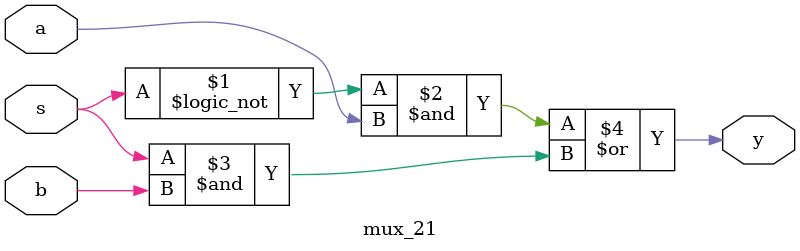
<source format=v>
`timescale 1ns / 1ps
module carry_select_adder(a,b,cin,sum,cout);
    input [3:0] a,b;
    input cin;
    output [3:0] sum;
    output cout;
	
	wire [7:0]c,s;
	
	//full adders at rca stage 1
	fa f1(a[0],b[0],0,s[0],c[0]);
	fa f2(a[1],b[1],c[0],s[1],c[1]);
	fa f3(a[2],b[2],c[1],s[2],c[2]);
	fa f4(a[3],b[3],c[2],s[3],c[3]);
	
	//full adders at rca stage 2
	fa f5(a[0],b[0],1,s[4],c[4]);
	fa f6(a[1],b[1],c[4],s[5],c[5]);
	fa f7(a[2],b[2],c[5],s[6],c[6]);
	fa f8(a[3],b[3],c[6],s[7],c[7]);
	
	//multiplexers
	mux_21 m1(s[0],s[4],cin,sum[0]);
	mux_21 m2(s[1],s[5],cin,sum[1]);
	mux_21 m3(s[2],s[6],cin,sum[2]);
	mux_21 m4(s[3],s[7],cin,sum[3]);
	
	//final mux
	mux_21 m5(c[3],c[7],cin,cout);

endmodule


module fa(a,b,c,s,co);
	input a,b,c;
	output s,co;

	assign s = a^b^c;
	assign co = (a&b) | (b&c) |(a&c);
	
endmodule

/*
module rca(a,b,c,s,co);
	input [3:0]a,b;
	input c;
	output [3:0]s;
	output co;
	
	wire c0,c1,c2;
	fa f1(a[0],b[0],c,s[0],c0);
	fa f2(a[1],b[1],c0,s[1],c1);
	fa f3(a[2],b[2],c1,s[2],c2);
	fa f3(a[3],b[3],c2,s[3],co);
	
endmodule
*/

module mux_21(a,b,s,y);
	input a,b,s;
	output y;

	assign y = (!s&a) | (s&b);
endmodule
</source>
